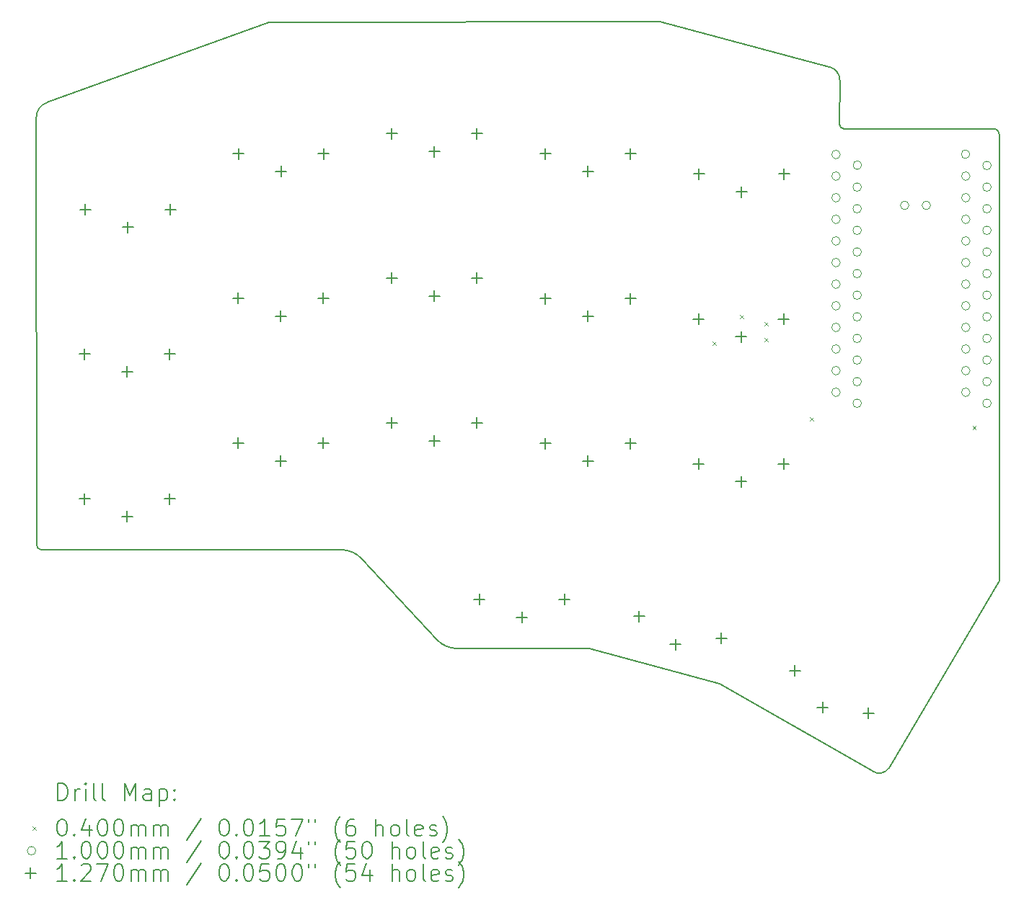
<source format=gbr>
%TF.GenerationSoftware,KiCad,Pcbnew,8.0.4*%
%TF.CreationDate,2024-09-03T09:54:22+07:00*%
%TF.ProjectId,chocowi36,63686f63-6f77-4693-9336-2e6b69636164,rev?*%
%TF.SameCoordinates,Original*%
%TF.FileFunction,Drillmap*%
%TF.FilePolarity,Positive*%
%FSLAX45Y45*%
G04 Gerber Fmt 4.5, Leading zero omitted, Abs format (unit mm)*
G04 Created by KiCad (PCBNEW 8.0.4) date 2024-09-03 09:54:22*
%MOMM*%
%LPD*%
G01*
G04 APERTURE LIST*
%ADD10C,0.150000*%
%ADD11C,0.200000*%
%ADD12C,0.100000*%
%ADD13C,0.127000*%
G04 APERTURE END LIST*
D10*
X14011000Y-12099000D02*
X15545000Y-12510000D01*
X16831000Y-5263000D02*
G75*
G02*
X16951747Y-5421000I-43000J-158000D01*
G01*
X7644713Y-5681090D02*
X10248000Y-4736000D01*
X11103000Y-10938000D02*
G75*
G02*
X11338826Y-11046012I0J-311450D01*
G01*
X11338825Y-11046014D02*
X12224000Y-11997000D01*
X18824000Y-6055155D02*
X18822448Y-11304798D01*
X12460000Y-12097452D02*
X14011000Y-12099000D01*
X7518722Y-5853000D02*
G75*
G02*
X7644713Y-5681090I180278J0D01*
G01*
X15545000Y-12510000D02*
X17338983Y-13540679D01*
X7580755Y-10940000D02*
G75*
G02*
X7519997Y-10874555I5J60930D01*
G01*
X18774000Y-5989871D02*
X16997964Y-5989871D01*
X18774000Y-5989871D02*
G75*
G02*
X18823993Y-6055155I-17610J-65269D01*
G01*
X7518722Y-5853000D02*
X7520000Y-10874555D01*
X12460000Y-12097452D02*
G75*
G02*
X12224000Y-11997000I0J327452D01*
G01*
X17528519Y-13500986D02*
X18822448Y-11304798D01*
X16997964Y-5989871D02*
G75*
G02*
X16950098Y-5939002I2036J49871D01*
G01*
X17528519Y-13500986D02*
G75*
G02*
X17335722Y-13538929I-115299J77066D01*
G01*
X16831000Y-5263000D02*
X14840000Y-4734000D01*
X16950098Y-5939002D02*
X16951747Y-5421000D01*
X10248000Y-4736000D02*
X14840000Y-4734000D01*
X11103000Y-10938000D02*
X7580755Y-10940000D01*
D11*
D12*
X15460000Y-8490000D02*
X15500000Y-8530000D01*
X15500000Y-8490000D02*
X15460000Y-8530000D01*
X15780000Y-8180000D02*
X15820000Y-8220000D01*
X15820000Y-8180000D02*
X15780000Y-8220000D01*
X16070000Y-8260000D02*
X16110000Y-8300000D01*
X16110000Y-8260000D02*
X16070000Y-8300000D01*
X16070000Y-8450000D02*
X16110000Y-8490000D01*
X16110000Y-8450000D02*
X16070000Y-8490000D01*
X16600000Y-9380000D02*
X16640000Y-9420000D01*
X16640000Y-9380000D02*
X16600000Y-9420000D01*
X18510000Y-9480000D02*
X18550000Y-9520000D01*
X18550000Y-9480000D02*
X18510000Y-9520000D01*
X16956000Y-6292000D02*
G75*
G02*
X16856000Y-6292000I-50000J0D01*
G01*
X16856000Y-6292000D02*
G75*
G02*
X16956000Y-6292000I50000J0D01*
G01*
X16956000Y-6546000D02*
G75*
G02*
X16856000Y-6546000I-50000J0D01*
G01*
X16856000Y-6546000D02*
G75*
G02*
X16956000Y-6546000I50000J0D01*
G01*
X16956000Y-6800000D02*
G75*
G02*
X16856000Y-6800000I-50000J0D01*
G01*
X16856000Y-6800000D02*
G75*
G02*
X16956000Y-6800000I50000J0D01*
G01*
X16956000Y-7054000D02*
G75*
G02*
X16856000Y-7054000I-50000J0D01*
G01*
X16856000Y-7054000D02*
G75*
G02*
X16956000Y-7054000I50000J0D01*
G01*
X16956000Y-7308000D02*
G75*
G02*
X16856000Y-7308000I-50000J0D01*
G01*
X16856000Y-7308000D02*
G75*
G02*
X16956000Y-7308000I50000J0D01*
G01*
X16956000Y-7562000D02*
G75*
G02*
X16856000Y-7562000I-50000J0D01*
G01*
X16856000Y-7562000D02*
G75*
G02*
X16956000Y-7562000I50000J0D01*
G01*
X16956000Y-7816000D02*
G75*
G02*
X16856000Y-7816000I-50000J0D01*
G01*
X16856000Y-7816000D02*
G75*
G02*
X16956000Y-7816000I50000J0D01*
G01*
X16956000Y-8070000D02*
G75*
G02*
X16856000Y-8070000I-50000J0D01*
G01*
X16856000Y-8070000D02*
G75*
G02*
X16956000Y-8070000I50000J0D01*
G01*
X16956000Y-8324000D02*
G75*
G02*
X16856000Y-8324000I-50000J0D01*
G01*
X16856000Y-8324000D02*
G75*
G02*
X16956000Y-8324000I50000J0D01*
G01*
X16956000Y-8578000D02*
G75*
G02*
X16856000Y-8578000I-50000J0D01*
G01*
X16856000Y-8578000D02*
G75*
G02*
X16956000Y-8578000I50000J0D01*
G01*
X16956000Y-8832000D02*
G75*
G02*
X16856000Y-8832000I-50000J0D01*
G01*
X16856000Y-8832000D02*
G75*
G02*
X16956000Y-8832000I50000J0D01*
G01*
X16956000Y-9086000D02*
G75*
G02*
X16856000Y-9086000I-50000J0D01*
G01*
X16856000Y-9086000D02*
G75*
G02*
X16956000Y-9086000I50000J0D01*
G01*
X17205000Y-6675000D02*
G75*
G02*
X17105000Y-6675000I-50000J0D01*
G01*
X17105000Y-6675000D02*
G75*
G02*
X17205000Y-6675000I50000J0D01*
G01*
X17205000Y-6929000D02*
G75*
G02*
X17105000Y-6929000I-50000J0D01*
G01*
X17105000Y-6929000D02*
G75*
G02*
X17205000Y-6929000I50000J0D01*
G01*
X17205000Y-7183000D02*
G75*
G02*
X17105000Y-7183000I-50000J0D01*
G01*
X17105000Y-7183000D02*
G75*
G02*
X17205000Y-7183000I50000J0D01*
G01*
X17205000Y-7437000D02*
G75*
G02*
X17105000Y-7437000I-50000J0D01*
G01*
X17105000Y-7437000D02*
G75*
G02*
X17205000Y-7437000I50000J0D01*
G01*
X17205000Y-7691000D02*
G75*
G02*
X17105000Y-7691000I-50000J0D01*
G01*
X17105000Y-7691000D02*
G75*
G02*
X17205000Y-7691000I50000J0D01*
G01*
X17205000Y-7945000D02*
G75*
G02*
X17105000Y-7945000I-50000J0D01*
G01*
X17105000Y-7945000D02*
G75*
G02*
X17205000Y-7945000I50000J0D01*
G01*
X17205000Y-8199000D02*
G75*
G02*
X17105000Y-8199000I-50000J0D01*
G01*
X17105000Y-8199000D02*
G75*
G02*
X17205000Y-8199000I50000J0D01*
G01*
X17205000Y-8453000D02*
G75*
G02*
X17105000Y-8453000I-50000J0D01*
G01*
X17105000Y-8453000D02*
G75*
G02*
X17205000Y-8453000I50000J0D01*
G01*
X17205000Y-8707000D02*
G75*
G02*
X17105000Y-8707000I-50000J0D01*
G01*
X17105000Y-8707000D02*
G75*
G02*
X17205000Y-8707000I50000J0D01*
G01*
X17205000Y-8961000D02*
G75*
G02*
X17105000Y-8961000I-50000J0D01*
G01*
X17105000Y-8961000D02*
G75*
G02*
X17205000Y-8961000I50000J0D01*
G01*
X17205000Y-9215000D02*
G75*
G02*
X17105000Y-9215000I-50000J0D01*
G01*
X17105000Y-9215000D02*
G75*
G02*
X17205000Y-9215000I50000J0D01*
G01*
X17207000Y-6418000D02*
G75*
G02*
X17107000Y-6418000I-50000J0D01*
G01*
X17107000Y-6418000D02*
G75*
G02*
X17207000Y-6418000I50000J0D01*
G01*
X17763000Y-6890000D02*
G75*
G02*
X17663000Y-6890000I-50000J0D01*
G01*
X17663000Y-6890000D02*
G75*
G02*
X17763000Y-6890000I50000J0D01*
G01*
X18017000Y-6890000D02*
G75*
G02*
X17917000Y-6890000I-50000J0D01*
G01*
X17917000Y-6890000D02*
G75*
G02*
X18017000Y-6890000I50000J0D01*
G01*
X18478000Y-6289000D02*
G75*
G02*
X18378000Y-6289000I-50000J0D01*
G01*
X18378000Y-6289000D02*
G75*
G02*
X18478000Y-6289000I50000J0D01*
G01*
X18480000Y-6546000D02*
G75*
G02*
X18380000Y-6546000I-50000J0D01*
G01*
X18380000Y-6546000D02*
G75*
G02*
X18480000Y-6546000I50000J0D01*
G01*
X18480000Y-6800000D02*
G75*
G02*
X18380000Y-6800000I-50000J0D01*
G01*
X18380000Y-6800000D02*
G75*
G02*
X18480000Y-6800000I50000J0D01*
G01*
X18480000Y-7054000D02*
G75*
G02*
X18380000Y-7054000I-50000J0D01*
G01*
X18380000Y-7054000D02*
G75*
G02*
X18480000Y-7054000I50000J0D01*
G01*
X18480000Y-7308000D02*
G75*
G02*
X18380000Y-7308000I-50000J0D01*
G01*
X18380000Y-7308000D02*
G75*
G02*
X18480000Y-7308000I50000J0D01*
G01*
X18480000Y-7562000D02*
G75*
G02*
X18380000Y-7562000I-50000J0D01*
G01*
X18380000Y-7562000D02*
G75*
G02*
X18480000Y-7562000I50000J0D01*
G01*
X18480000Y-7816000D02*
G75*
G02*
X18380000Y-7816000I-50000J0D01*
G01*
X18380000Y-7816000D02*
G75*
G02*
X18480000Y-7816000I50000J0D01*
G01*
X18480000Y-8070000D02*
G75*
G02*
X18380000Y-8070000I-50000J0D01*
G01*
X18380000Y-8070000D02*
G75*
G02*
X18480000Y-8070000I50000J0D01*
G01*
X18480000Y-8324000D02*
G75*
G02*
X18380000Y-8324000I-50000J0D01*
G01*
X18380000Y-8324000D02*
G75*
G02*
X18480000Y-8324000I50000J0D01*
G01*
X18480000Y-8578000D02*
G75*
G02*
X18380000Y-8578000I-50000J0D01*
G01*
X18380000Y-8578000D02*
G75*
G02*
X18480000Y-8578000I50000J0D01*
G01*
X18480000Y-8832000D02*
G75*
G02*
X18380000Y-8832000I-50000J0D01*
G01*
X18380000Y-8832000D02*
G75*
G02*
X18480000Y-8832000I50000J0D01*
G01*
X18480000Y-9086000D02*
G75*
G02*
X18380000Y-9086000I-50000J0D01*
G01*
X18380000Y-9086000D02*
G75*
G02*
X18480000Y-9086000I50000J0D01*
G01*
X18729000Y-6421000D02*
G75*
G02*
X18629000Y-6421000I-50000J0D01*
G01*
X18629000Y-6421000D02*
G75*
G02*
X18729000Y-6421000I50000J0D01*
G01*
X18729000Y-6675000D02*
G75*
G02*
X18629000Y-6675000I-50000J0D01*
G01*
X18629000Y-6675000D02*
G75*
G02*
X18729000Y-6675000I50000J0D01*
G01*
X18729000Y-6929000D02*
G75*
G02*
X18629000Y-6929000I-50000J0D01*
G01*
X18629000Y-6929000D02*
G75*
G02*
X18729000Y-6929000I50000J0D01*
G01*
X18729000Y-7183000D02*
G75*
G02*
X18629000Y-7183000I-50000J0D01*
G01*
X18629000Y-7183000D02*
G75*
G02*
X18729000Y-7183000I50000J0D01*
G01*
X18729000Y-7437000D02*
G75*
G02*
X18629000Y-7437000I-50000J0D01*
G01*
X18629000Y-7437000D02*
G75*
G02*
X18729000Y-7437000I50000J0D01*
G01*
X18729000Y-7691000D02*
G75*
G02*
X18629000Y-7691000I-50000J0D01*
G01*
X18629000Y-7691000D02*
G75*
G02*
X18729000Y-7691000I50000J0D01*
G01*
X18729000Y-7945000D02*
G75*
G02*
X18629000Y-7945000I-50000J0D01*
G01*
X18629000Y-7945000D02*
G75*
G02*
X18729000Y-7945000I50000J0D01*
G01*
X18729000Y-8199000D02*
G75*
G02*
X18629000Y-8199000I-50000J0D01*
G01*
X18629000Y-8199000D02*
G75*
G02*
X18729000Y-8199000I50000J0D01*
G01*
X18729000Y-8453000D02*
G75*
G02*
X18629000Y-8453000I-50000J0D01*
G01*
X18629000Y-8453000D02*
G75*
G02*
X18729000Y-8453000I50000J0D01*
G01*
X18729000Y-8707000D02*
G75*
G02*
X18629000Y-8707000I-50000J0D01*
G01*
X18629000Y-8707000D02*
G75*
G02*
X18729000Y-8707000I50000J0D01*
G01*
X18729000Y-8961000D02*
G75*
G02*
X18629000Y-8961000I-50000J0D01*
G01*
X18629000Y-8961000D02*
G75*
G02*
X18729000Y-8961000I50000J0D01*
G01*
X18729000Y-9215000D02*
G75*
G02*
X18629000Y-9215000I-50000J0D01*
G01*
X18629000Y-9215000D02*
G75*
G02*
X18729000Y-9215000I50000J0D01*
G01*
D13*
X8085200Y-8571500D02*
X8085200Y-8698500D01*
X8021700Y-8635000D02*
X8148700Y-8635000D01*
X8085200Y-10273300D02*
X8085200Y-10400300D01*
X8021700Y-10336800D02*
X8148700Y-10336800D01*
X8091000Y-6874500D02*
X8091000Y-7001500D01*
X8027500Y-6938000D02*
X8154500Y-6938000D01*
X8585200Y-8781500D02*
X8585200Y-8908500D01*
X8521700Y-8845000D02*
X8648700Y-8845000D01*
X8585200Y-10483300D02*
X8585200Y-10610300D01*
X8521700Y-10546800D02*
X8648700Y-10546800D01*
X8591000Y-7084500D02*
X8591000Y-7211500D01*
X8527500Y-7148000D02*
X8654500Y-7148000D01*
X9085200Y-8571500D02*
X9085200Y-8698500D01*
X9021700Y-8635000D02*
X9148700Y-8635000D01*
X9085200Y-10273300D02*
X9085200Y-10400300D01*
X9021700Y-10336800D02*
X9148700Y-10336800D01*
X9091000Y-6874500D02*
X9091000Y-7001500D01*
X9027500Y-6938000D02*
X9154500Y-6938000D01*
X9887000Y-7917500D02*
X9887000Y-8044500D01*
X9823500Y-7981000D02*
X9950500Y-7981000D01*
X9887000Y-9619300D02*
X9887000Y-9746300D01*
X9823500Y-9682800D02*
X9950500Y-9682800D01*
X9891000Y-6218500D02*
X9891000Y-6345500D01*
X9827500Y-6282000D02*
X9954500Y-6282000D01*
X10387000Y-8127500D02*
X10387000Y-8254500D01*
X10323500Y-8191000D02*
X10450500Y-8191000D01*
X10387000Y-9829300D02*
X10387000Y-9956300D01*
X10323500Y-9892800D02*
X10450500Y-9892800D01*
X10391000Y-6428500D02*
X10391000Y-6555500D01*
X10327500Y-6492000D02*
X10454500Y-6492000D01*
X10887000Y-7917500D02*
X10887000Y-8044500D01*
X10823500Y-7981000D02*
X10950500Y-7981000D01*
X10887000Y-9619300D02*
X10887000Y-9746300D01*
X10823500Y-9682800D02*
X10950500Y-9682800D01*
X10891000Y-6218500D02*
X10891000Y-6345500D01*
X10827500Y-6282000D02*
X10954500Y-6282000D01*
X11691000Y-5982500D02*
X11691000Y-6109500D01*
X11627500Y-6046000D02*
X11754500Y-6046000D01*
X11691000Y-7680500D02*
X11691000Y-7807500D01*
X11627500Y-7744000D02*
X11754500Y-7744000D01*
X11691000Y-9382300D02*
X11691000Y-9509300D01*
X11627500Y-9445800D02*
X11754500Y-9445800D01*
X12191000Y-6192500D02*
X12191000Y-6319500D01*
X12127500Y-6256000D02*
X12254500Y-6256000D01*
X12191000Y-7890500D02*
X12191000Y-8017500D01*
X12127500Y-7954000D02*
X12254500Y-7954000D01*
X12191000Y-9592300D02*
X12191000Y-9719300D01*
X12127500Y-9655800D02*
X12254500Y-9655800D01*
X12691000Y-5982500D02*
X12691000Y-6109500D01*
X12627500Y-6046000D02*
X12754500Y-6046000D01*
X12691000Y-7680500D02*
X12691000Y-7807500D01*
X12627500Y-7744000D02*
X12754500Y-7744000D01*
X12691000Y-9382300D02*
X12691000Y-9509300D01*
X12627500Y-9445800D02*
X12754500Y-9445800D01*
X12720000Y-11456500D02*
X12720000Y-11583500D01*
X12656500Y-11520000D02*
X12783500Y-11520000D01*
X13220000Y-11666500D02*
X13220000Y-11793500D01*
X13156500Y-11730000D02*
X13283500Y-11730000D01*
X13495400Y-6218500D02*
X13495400Y-6345500D01*
X13431900Y-6282000D02*
X13558900Y-6282000D01*
X13495400Y-7919700D02*
X13495400Y-8046700D01*
X13431900Y-7983200D02*
X13558900Y-7983200D01*
X13495400Y-9621500D02*
X13495400Y-9748500D01*
X13431900Y-9685000D02*
X13558900Y-9685000D01*
X13720000Y-11456500D02*
X13720000Y-11583500D01*
X13656500Y-11520000D02*
X13783500Y-11520000D01*
X13995400Y-6428500D02*
X13995400Y-6555500D01*
X13931900Y-6492000D02*
X14058900Y-6492000D01*
X13995400Y-8129700D02*
X13995400Y-8256700D01*
X13931900Y-8193200D02*
X14058900Y-8193200D01*
X13995400Y-9831500D02*
X13995400Y-9958500D01*
X13931900Y-9895000D02*
X14058900Y-9895000D01*
X14495400Y-6218500D02*
X14495400Y-6345500D01*
X14431900Y-6282000D02*
X14558900Y-6282000D01*
X14495400Y-7919700D02*
X14495400Y-8046700D01*
X14431900Y-7983200D02*
X14558900Y-7983200D01*
X14495400Y-9621500D02*
X14495400Y-9748500D01*
X14431900Y-9685000D02*
X14558900Y-9685000D01*
X14594074Y-11654246D02*
X14594074Y-11781246D01*
X14530574Y-11717746D02*
X14657574Y-11717746D01*
X15022685Y-11986500D02*
X15022685Y-12113500D01*
X14959185Y-12050000D02*
X15086185Y-12050000D01*
X15294000Y-8160500D02*
X15294000Y-8287500D01*
X15230500Y-8224000D02*
X15357500Y-8224000D01*
X15294000Y-9862300D02*
X15294000Y-9989300D01*
X15230500Y-9925800D02*
X15357500Y-9925800D01*
X15298800Y-6456500D02*
X15298800Y-6583500D01*
X15235300Y-6520000D02*
X15362300Y-6520000D01*
X15560000Y-11913065D02*
X15560000Y-12040065D01*
X15496500Y-11976565D02*
X15623500Y-11976565D01*
X15794000Y-8370500D02*
X15794000Y-8497500D01*
X15730500Y-8434000D02*
X15857500Y-8434000D01*
X15794000Y-10072300D02*
X15794000Y-10199300D01*
X15730500Y-10135800D02*
X15857500Y-10135800D01*
X15798800Y-6666500D02*
X15798800Y-6793500D01*
X15735300Y-6730000D02*
X15862300Y-6730000D01*
X16294000Y-8160500D02*
X16294000Y-8287500D01*
X16230500Y-8224000D02*
X16357500Y-8224000D01*
X16294000Y-9862300D02*
X16294000Y-9989300D01*
X16230500Y-9925800D02*
X16357500Y-9925800D01*
X16298800Y-6456500D02*
X16298800Y-6583500D01*
X16235300Y-6520000D02*
X16362300Y-6520000D01*
X16421987Y-12294635D02*
X16421987Y-12421635D01*
X16358487Y-12358135D02*
X16485487Y-12358135D01*
X16750000Y-12726500D02*
X16750000Y-12853500D01*
X16686500Y-12790000D02*
X16813500Y-12790000D01*
X17288013Y-12794635D02*
X17288013Y-12921635D01*
X17224513Y-12858135D02*
X17351513Y-12858135D01*
D11*
X7771999Y-13881587D02*
X7771999Y-13681587D01*
X7771999Y-13681587D02*
X7819618Y-13681587D01*
X7819618Y-13681587D02*
X7848190Y-13691111D01*
X7848190Y-13691111D02*
X7867237Y-13710158D01*
X7867237Y-13710158D02*
X7876761Y-13729206D01*
X7876761Y-13729206D02*
X7886285Y-13767301D01*
X7886285Y-13767301D02*
X7886285Y-13795872D01*
X7886285Y-13795872D02*
X7876761Y-13833968D01*
X7876761Y-13833968D02*
X7867237Y-13853015D01*
X7867237Y-13853015D02*
X7848190Y-13872063D01*
X7848190Y-13872063D02*
X7819618Y-13881587D01*
X7819618Y-13881587D02*
X7771999Y-13881587D01*
X7971999Y-13881587D02*
X7971999Y-13748253D01*
X7971999Y-13786349D02*
X7981523Y-13767301D01*
X7981523Y-13767301D02*
X7991047Y-13757777D01*
X7991047Y-13757777D02*
X8010094Y-13748253D01*
X8010094Y-13748253D02*
X8029142Y-13748253D01*
X8095809Y-13881587D02*
X8095809Y-13748253D01*
X8095809Y-13681587D02*
X8086285Y-13691111D01*
X8086285Y-13691111D02*
X8095809Y-13700634D01*
X8095809Y-13700634D02*
X8105332Y-13691111D01*
X8105332Y-13691111D02*
X8095809Y-13681587D01*
X8095809Y-13681587D02*
X8095809Y-13700634D01*
X8219618Y-13881587D02*
X8200571Y-13872063D01*
X8200571Y-13872063D02*
X8191047Y-13853015D01*
X8191047Y-13853015D02*
X8191047Y-13681587D01*
X8324380Y-13881587D02*
X8305332Y-13872063D01*
X8305332Y-13872063D02*
X8295809Y-13853015D01*
X8295809Y-13853015D02*
X8295809Y-13681587D01*
X8552952Y-13881587D02*
X8552952Y-13681587D01*
X8552952Y-13681587D02*
X8619618Y-13824444D01*
X8619618Y-13824444D02*
X8686285Y-13681587D01*
X8686285Y-13681587D02*
X8686285Y-13881587D01*
X8867237Y-13881587D02*
X8867237Y-13776825D01*
X8867237Y-13776825D02*
X8857714Y-13757777D01*
X8857714Y-13757777D02*
X8838666Y-13748253D01*
X8838666Y-13748253D02*
X8800571Y-13748253D01*
X8800571Y-13748253D02*
X8781523Y-13757777D01*
X8867237Y-13872063D02*
X8848190Y-13881587D01*
X8848190Y-13881587D02*
X8800571Y-13881587D01*
X8800571Y-13881587D02*
X8781523Y-13872063D01*
X8781523Y-13872063D02*
X8771999Y-13853015D01*
X8771999Y-13853015D02*
X8771999Y-13833968D01*
X8771999Y-13833968D02*
X8781523Y-13814920D01*
X8781523Y-13814920D02*
X8800571Y-13805396D01*
X8800571Y-13805396D02*
X8848190Y-13805396D01*
X8848190Y-13805396D02*
X8867237Y-13795872D01*
X8962475Y-13748253D02*
X8962475Y-13948253D01*
X8962475Y-13757777D02*
X8981523Y-13748253D01*
X8981523Y-13748253D02*
X9019618Y-13748253D01*
X9019618Y-13748253D02*
X9038666Y-13757777D01*
X9038666Y-13757777D02*
X9048190Y-13767301D01*
X9048190Y-13767301D02*
X9057714Y-13786349D01*
X9057714Y-13786349D02*
X9057714Y-13843491D01*
X9057714Y-13843491D02*
X9048190Y-13862539D01*
X9048190Y-13862539D02*
X9038666Y-13872063D01*
X9038666Y-13872063D02*
X9019618Y-13881587D01*
X9019618Y-13881587D02*
X8981523Y-13881587D01*
X8981523Y-13881587D02*
X8962475Y-13872063D01*
X9143428Y-13862539D02*
X9152952Y-13872063D01*
X9152952Y-13872063D02*
X9143428Y-13881587D01*
X9143428Y-13881587D02*
X9133904Y-13872063D01*
X9133904Y-13872063D02*
X9143428Y-13862539D01*
X9143428Y-13862539D02*
X9143428Y-13881587D01*
X9143428Y-13757777D02*
X9152952Y-13767301D01*
X9152952Y-13767301D02*
X9143428Y-13776825D01*
X9143428Y-13776825D02*
X9133904Y-13767301D01*
X9133904Y-13767301D02*
X9143428Y-13757777D01*
X9143428Y-13757777D02*
X9143428Y-13776825D01*
D12*
X7471222Y-14190103D02*
X7511222Y-14230103D01*
X7511222Y-14190103D02*
X7471222Y-14230103D01*
D11*
X7810094Y-14101587D02*
X7829142Y-14101587D01*
X7829142Y-14101587D02*
X7848190Y-14111111D01*
X7848190Y-14111111D02*
X7857713Y-14120634D01*
X7857713Y-14120634D02*
X7867237Y-14139682D01*
X7867237Y-14139682D02*
X7876761Y-14177777D01*
X7876761Y-14177777D02*
X7876761Y-14225396D01*
X7876761Y-14225396D02*
X7867237Y-14263491D01*
X7867237Y-14263491D02*
X7857713Y-14282539D01*
X7857713Y-14282539D02*
X7848190Y-14292063D01*
X7848190Y-14292063D02*
X7829142Y-14301587D01*
X7829142Y-14301587D02*
X7810094Y-14301587D01*
X7810094Y-14301587D02*
X7791047Y-14292063D01*
X7791047Y-14292063D02*
X7781523Y-14282539D01*
X7781523Y-14282539D02*
X7771999Y-14263491D01*
X7771999Y-14263491D02*
X7762475Y-14225396D01*
X7762475Y-14225396D02*
X7762475Y-14177777D01*
X7762475Y-14177777D02*
X7771999Y-14139682D01*
X7771999Y-14139682D02*
X7781523Y-14120634D01*
X7781523Y-14120634D02*
X7791047Y-14111111D01*
X7791047Y-14111111D02*
X7810094Y-14101587D01*
X7962475Y-14282539D02*
X7971999Y-14292063D01*
X7971999Y-14292063D02*
X7962475Y-14301587D01*
X7962475Y-14301587D02*
X7952952Y-14292063D01*
X7952952Y-14292063D02*
X7962475Y-14282539D01*
X7962475Y-14282539D02*
X7962475Y-14301587D01*
X8143428Y-14168253D02*
X8143428Y-14301587D01*
X8095809Y-14092063D02*
X8048190Y-14234920D01*
X8048190Y-14234920D02*
X8171999Y-14234920D01*
X8286285Y-14101587D02*
X8305333Y-14101587D01*
X8305333Y-14101587D02*
X8324380Y-14111111D01*
X8324380Y-14111111D02*
X8333904Y-14120634D01*
X8333904Y-14120634D02*
X8343428Y-14139682D01*
X8343428Y-14139682D02*
X8352952Y-14177777D01*
X8352952Y-14177777D02*
X8352952Y-14225396D01*
X8352952Y-14225396D02*
X8343428Y-14263491D01*
X8343428Y-14263491D02*
X8333904Y-14282539D01*
X8333904Y-14282539D02*
X8324380Y-14292063D01*
X8324380Y-14292063D02*
X8305333Y-14301587D01*
X8305333Y-14301587D02*
X8286285Y-14301587D01*
X8286285Y-14301587D02*
X8267237Y-14292063D01*
X8267237Y-14292063D02*
X8257713Y-14282539D01*
X8257713Y-14282539D02*
X8248190Y-14263491D01*
X8248190Y-14263491D02*
X8238666Y-14225396D01*
X8238666Y-14225396D02*
X8238666Y-14177777D01*
X8238666Y-14177777D02*
X8248190Y-14139682D01*
X8248190Y-14139682D02*
X8257713Y-14120634D01*
X8257713Y-14120634D02*
X8267237Y-14111111D01*
X8267237Y-14111111D02*
X8286285Y-14101587D01*
X8476761Y-14101587D02*
X8495809Y-14101587D01*
X8495809Y-14101587D02*
X8514856Y-14111111D01*
X8514856Y-14111111D02*
X8524380Y-14120634D01*
X8524380Y-14120634D02*
X8533904Y-14139682D01*
X8533904Y-14139682D02*
X8543428Y-14177777D01*
X8543428Y-14177777D02*
X8543428Y-14225396D01*
X8543428Y-14225396D02*
X8533904Y-14263491D01*
X8533904Y-14263491D02*
X8524380Y-14282539D01*
X8524380Y-14282539D02*
X8514856Y-14292063D01*
X8514856Y-14292063D02*
X8495809Y-14301587D01*
X8495809Y-14301587D02*
X8476761Y-14301587D01*
X8476761Y-14301587D02*
X8457714Y-14292063D01*
X8457714Y-14292063D02*
X8448190Y-14282539D01*
X8448190Y-14282539D02*
X8438666Y-14263491D01*
X8438666Y-14263491D02*
X8429142Y-14225396D01*
X8429142Y-14225396D02*
X8429142Y-14177777D01*
X8429142Y-14177777D02*
X8438666Y-14139682D01*
X8438666Y-14139682D02*
X8448190Y-14120634D01*
X8448190Y-14120634D02*
X8457714Y-14111111D01*
X8457714Y-14111111D02*
X8476761Y-14101587D01*
X8629142Y-14301587D02*
X8629142Y-14168253D01*
X8629142Y-14187301D02*
X8638666Y-14177777D01*
X8638666Y-14177777D02*
X8657714Y-14168253D01*
X8657714Y-14168253D02*
X8686285Y-14168253D01*
X8686285Y-14168253D02*
X8705333Y-14177777D01*
X8705333Y-14177777D02*
X8714856Y-14196825D01*
X8714856Y-14196825D02*
X8714856Y-14301587D01*
X8714856Y-14196825D02*
X8724380Y-14177777D01*
X8724380Y-14177777D02*
X8743428Y-14168253D01*
X8743428Y-14168253D02*
X8771999Y-14168253D01*
X8771999Y-14168253D02*
X8791047Y-14177777D01*
X8791047Y-14177777D02*
X8800571Y-14196825D01*
X8800571Y-14196825D02*
X8800571Y-14301587D01*
X8895809Y-14301587D02*
X8895809Y-14168253D01*
X8895809Y-14187301D02*
X8905333Y-14177777D01*
X8905333Y-14177777D02*
X8924380Y-14168253D01*
X8924380Y-14168253D02*
X8952952Y-14168253D01*
X8952952Y-14168253D02*
X8971999Y-14177777D01*
X8971999Y-14177777D02*
X8981523Y-14196825D01*
X8981523Y-14196825D02*
X8981523Y-14301587D01*
X8981523Y-14196825D02*
X8991047Y-14177777D01*
X8991047Y-14177777D02*
X9010095Y-14168253D01*
X9010095Y-14168253D02*
X9038666Y-14168253D01*
X9038666Y-14168253D02*
X9057714Y-14177777D01*
X9057714Y-14177777D02*
X9067237Y-14196825D01*
X9067237Y-14196825D02*
X9067237Y-14301587D01*
X9457714Y-14092063D02*
X9286285Y-14349206D01*
X9714857Y-14101587D02*
X9733904Y-14101587D01*
X9733904Y-14101587D02*
X9752952Y-14111111D01*
X9752952Y-14111111D02*
X9762476Y-14120634D01*
X9762476Y-14120634D02*
X9771999Y-14139682D01*
X9771999Y-14139682D02*
X9781523Y-14177777D01*
X9781523Y-14177777D02*
X9781523Y-14225396D01*
X9781523Y-14225396D02*
X9771999Y-14263491D01*
X9771999Y-14263491D02*
X9762476Y-14282539D01*
X9762476Y-14282539D02*
X9752952Y-14292063D01*
X9752952Y-14292063D02*
X9733904Y-14301587D01*
X9733904Y-14301587D02*
X9714857Y-14301587D01*
X9714857Y-14301587D02*
X9695809Y-14292063D01*
X9695809Y-14292063D02*
X9686285Y-14282539D01*
X9686285Y-14282539D02*
X9676761Y-14263491D01*
X9676761Y-14263491D02*
X9667238Y-14225396D01*
X9667238Y-14225396D02*
X9667238Y-14177777D01*
X9667238Y-14177777D02*
X9676761Y-14139682D01*
X9676761Y-14139682D02*
X9686285Y-14120634D01*
X9686285Y-14120634D02*
X9695809Y-14111111D01*
X9695809Y-14111111D02*
X9714857Y-14101587D01*
X9867238Y-14282539D02*
X9876761Y-14292063D01*
X9876761Y-14292063D02*
X9867238Y-14301587D01*
X9867238Y-14301587D02*
X9857714Y-14292063D01*
X9857714Y-14292063D02*
X9867238Y-14282539D01*
X9867238Y-14282539D02*
X9867238Y-14301587D01*
X10000571Y-14101587D02*
X10019619Y-14101587D01*
X10019619Y-14101587D02*
X10038666Y-14111111D01*
X10038666Y-14111111D02*
X10048190Y-14120634D01*
X10048190Y-14120634D02*
X10057714Y-14139682D01*
X10057714Y-14139682D02*
X10067238Y-14177777D01*
X10067238Y-14177777D02*
X10067238Y-14225396D01*
X10067238Y-14225396D02*
X10057714Y-14263491D01*
X10057714Y-14263491D02*
X10048190Y-14282539D01*
X10048190Y-14282539D02*
X10038666Y-14292063D01*
X10038666Y-14292063D02*
X10019619Y-14301587D01*
X10019619Y-14301587D02*
X10000571Y-14301587D01*
X10000571Y-14301587D02*
X9981523Y-14292063D01*
X9981523Y-14292063D02*
X9971999Y-14282539D01*
X9971999Y-14282539D02*
X9962476Y-14263491D01*
X9962476Y-14263491D02*
X9952952Y-14225396D01*
X9952952Y-14225396D02*
X9952952Y-14177777D01*
X9952952Y-14177777D02*
X9962476Y-14139682D01*
X9962476Y-14139682D02*
X9971999Y-14120634D01*
X9971999Y-14120634D02*
X9981523Y-14111111D01*
X9981523Y-14111111D02*
X10000571Y-14101587D01*
X10257714Y-14301587D02*
X10143428Y-14301587D01*
X10200571Y-14301587D02*
X10200571Y-14101587D01*
X10200571Y-14101587D02*
X10181523Y-14130158D01*
X10181523Y-14130158D02*
X10162476Y-14149206D01*
X10162476Y-14149206D02*
X10143428Y-14158730D01*
X10438666Y-14101587D02*
X10343428Y-14101587D01*
X10343428Y-14101587D02*
X10333904Y-14196825D01*
X10333904Y-14196825D02*
X10343428Y-14187301D01*
X10343428Y-14187301D02*
X10362476Y-14177777D01*
X10362476Y-14177777D02*
X10410095Y-14177777D01*
X10410095Y-14177777D02*
X10429142Y-14187301D01*
X10429142Y-14187301D02*
X10438666Y-14196825D01*
X10438666Y-14196825D02*
X10448190Y-14215872D01*
X10448190Y-14215872D02*
X10448190Y-14263491D01*
X10448190Y-14263491D02*
X10438666Y-14282539D01*
X10438666Y-14282539D02*
X10429142Y-14292063D01*
X10429142Y-14292063D02*
X10410095Y-14301587D01*
X10410095Y-14301587D02*
X10362476Y-14301587D01*
X10362476Y-14301587D02*
X10343428Y-14292063D01*
X10343428Y-14292063D02*
X10333904Y-14282539D01*
X10514857Y-14101587D02*
X10648190Y-14101587D01*
X10648190Y-14101587D02*
X10562476Y-14301587D01*
X10714857Y-14101587D02*
X10714857Y-14139682D01*
X10791047Y-14101587D02*
X10791047Y-14139682D01*
X11086285Y-14377777D02*
X11076761Y-14368253D01*
X11076761Y-14368253D02*
X11057714Y-14339682D01*
X11057714Y-14339682D02*
X11048190Y-14320634D01*
X11048190Y-14320634D02*
X11038666Y-14292063D01*
X11038666Y-14292063D02*
X11029142Y-14244444D01*
X11029142Y-14244444D02*
X11029142Y-14206349D01*
X11029142Y-14206349D02*
X11038666Y-14158730D01*
X11038666Y-14158730D02*
X11048190Y-14130158D01*
X11048190Y-14130158D02*
X11057714Y-14111111D01*
X11057714Y-14111111D02*
X11076761Y-14082539D01*
X11076761Y-14082539D02*
X11086285Y-14073015D01*
X11248190Y-14101587D02*
X11210095Y-14101587D01*
X11210095Y-14101587D02*
X11191047Y-14111111D01*
X11191047Y-14111111D02*
X11181523Y-14120634D01*
X11181523Y-14120634D02*
X11162476Y-14149206D01*
X11162476Y-14149206D02*
X11152952Y-14187301D01*
X11152952Y-14187301D02*
X11152952Y-14263491D01*
X11152952Y-14263491D02*
X11162476Y-14282539D01*
X11162476Y-14282539D02*
X11172000Y-14292063D01*
X11172000Y-14292063D02*
X11191047Y-14301587D01*
X11191047Y-14301587D02*
X11229142Y-14301587D01*
X11229142Y-14301587D02*
X11248190Y-14292063D01*
X11248190Y-14292063D02*
X11257714Y-14282539D01*
X11257714Y-14282539D02*
X11267238Y-14263491D01*
X11267238Y-14263491D02*
X11267238Y-14215872D01*
X11267238Y-14215872D02*
X11257714Y-14196825D01*
X11257714Y-14196825D02*
X11248190Y-14187301D01*
X11248190Y-14187301D02*
X11229142Y-14177777D01*
X11229142Y-14177777D02*
X11191047Y-14177777D01*
X11191047Y-14177777D02*
X11172000Y-14187301D01*
X11172000Y-14187301D02*
X11162476Y-14196825D01*
X11162476Y-14196825D02*
X11152952Y-14215872D01*
X11505333Y-14301587D02*
X11505333Y-14101587D01*
X11591047Y-14301587D02*
X11591047Y-14196825D01*
X11591047Y-14196825D02*
X11581523Y-14177777D01*
X11581523Y-14177777D02*
X11562476Y-14168253D01*
X11562476Y-14168253D02*
X11533904Y-14168253D01*
X11533904Y-14168253D02*
X11514857Y-14177777D01*
X11514857Y-14177777D02*
X11505333Y-14187301D01*
X11714857Y-14301587D02*
X11695809Y-14292063D01*
X11695809Y-14292063D02*
X11686285Y-14282539D01*
X11686285Y-14282539D02*
X11676761Y-14263491D01*
X11676761Y-14263491D02*
X11676761Y-14206349D01*
X11676761Y-14206349D02*
X11686285Y-14187301D01*
X11686285Y-14187301D02*
X11695809Y-14177777D01*
X11695809Y-14177777D02*
X11714857Y-14168253D01*
X11714857Y-14168253D02*
X11743428Y-14168253D01*
X11743428Y-14168253D02*
X11762476Y-14177777D01*
X11762476Y-14177777D02*
X11772000Y-14187301D01*
X11772000Y-14187301D02*
X11781523Y-14206349D01*
X11781523Y-14206349D02*
X11781523Y-14263491D01*
X11781523Y-14263491D02*
X11772000Y-14282539D01*
X11772000Y-14282539D02*
X11762476Y-14292063D01*
X11762476Y-14292063D02*
X11743428Y-14301587D01*
X11743428Y-14301587D02*
X11714857Y-14301587D01*
X11895809Y-14301587D02*
X11876761Y-14292063D01*
X11876761Y-14292063D02*
X11867238Y-14273015D01*
X11867238Y-14273015D02*
X11867238Y-14101587D01*
X12048190Y-14292063D02*
X12029142Y-14301587D01*
X12029142Y-14301587D02*
X11991047Y-14301587D01*
X11991047Y-14301587D02*
X11972000Y-14292063D01*
X11972000Y-14292063D02*
X11962476Y-14273015D01*
X11962476Y-14273015D02*
X11962476Y-14196825D01*
X11962476Y-14196825D02*
X11972000Y-14177777D01*
X11972000Y-14177777D02*
X11991047Y-14168253D01*
X11991047Y-14168253D02*
X12029142Y-14168253D01*
X12029142Y-14168253D02*
X12048190Y-14177777D01*
X12048190Y-14177777D02*
X12057714Y-14196825D01*
X12057714Y-14196825D02*
X12057714Y-14215872D01*
X12057714Y-14215872D02*
X11962476Y-14234920D01*
X12133904Y-14292063D02*
X12152952Y-14301587D01*
X12152952Y-14301587D02*
X12191047Y-14301587D01*
X12191047Y-14301587D02*
X12210095Y-14292063D01*
X12210095Y-14292063D02*
X12219619Y-14273015D01*
X12219619Y-14273015D02*
X12219619Y-14263491D01*
X12219619Y-14263491D02*
X12210095Y-14244444D01*
X12210095Y-14244444D02*
X12191047Y-14234920D01*
X12191047Y-14234920D02*
X12162476Y-14234920D01*
X12162476Y-14234920D02*
X12143428Y-14225396D01*
X12143428Y-14225396D02*
X12133904Y-14206349D01*
X12133904Y-14206349D02*
X12133904Y-14196825D01*
X12133904Y-14196825D02*
X12143428Y-14177777D01*
X12143428Y-14177777D02*
X12162476Y-14168253D01*
X12162476Y-14168253D02*
X12191047Y-14168253D01*
X12191047Y-14168253D02*
X12210095Y-14177777D01*
X12286285Y-14377777D02*
X12295809Y-14368253D01*
X12295809Y-14368253D02*
X12314857Y-14339682D01*
X12314857Y-14339682D02*
X12324381Y-14320634D01*
X12324381Y-14320634D02*
X12333904Y-14292063D01*
X12333904Y-14292063D02*
X12343428Y-14244444D01*
X12343428Y-14244444D02*
X12343428Y-14206349D01*
X12343428Y-14206349D02*
X12333904Y-14158730D01*
X12333904Y-14158730D02*
X12324381Y-14130158D01*
X12324381Y-14130158D02*
X12314857Y-14111111D01*
X12314857Y-14111111D02*
X12295809Y-14082539D01*
X12295809Y-14082539D02*
X12286285Y-14073015D01*
D12*
X7511222Y-14474103D02*
G75*
G02*
X7411222Y-14474103I-50000J0D01*
G01*
X7411222Y-14474103D02*
G75*
G02*
X7511222Y-14474103I50000J0D01*
G01*
D11*
X7876761Y-14565587D02*
X7762475Y-14565587D01*
X7819618Y-14565587D02*
X7819618Y-14365587D01*
X7819618Y-14365587D02*
X7800571Y-14394158D01*
X7800571Y-14394158D02*
X7781523Y-14413206D01*
X7781523Y-14413206D02*
X7762475Y-14422730D01*
X7962475Y-14546539D02*
X7971999Y-14556063D01*
X7971999Y-14556063D02*
X7962475Y-14565587D01*
X7962475Y-14565587D02*
X7952952Y-14556063D01*
X7952952Y-14556063D02*
X7962475Y-14546539D01*
X7962475Y-14546539D02*
X7962475Y-14565587D01*
X8095809Y-14365587D02*
X8114856Y-14365587D01*
X8114856Y-14365587D02*
X8133904Y-14375111D01*
X8133904Y-14375111D02*
X8143428Y-14384634D01*
X8143428Y-14384634D02*
X8152952Y-14403682D01*
X8152952Y-14403682D02*
X8162475Y-14441777D01*
X8162475Y-14441777D02*
X8162475Y-14489396D01*
X8162475Y-14489396D02*
X8152952Y-14527491D01*
X8152952Y-14527491D02*
X8143428Y-14546539D01*
X8143428Y-14546539D02*
X8133904Y-14556063D01*
X8133904Y-14556063D02*
X8114856Y-14565587D01*
X8114856Y-14565587D02*
X8095809Y-14565587D01*
X8095809Y-14565587D02*
X8076761Y-14556063D01*
X8076761Y-14556063D02*
X8067237Y-14546539D01*
X8067237Y-14546539D02*
X8057713Y-14527491D01*
X8057713Y-14527491D02*
X8048190Y-14489396D01*
X8048190Y-14489396D02*
X8048190Y-14441777D01*
X8048190Y-14441777D02*
X8057713Y-14403682D01*
X8057713Y-14403682D02*
X8067237Y-14384634D01*
X8067237Y-14384634D02*
X8076761Y-14375111D01*
X8076761Y-14375111D02*
X8095809Y-14365587D01*
X8286285Y-14365587D02*
X8305333Y-14365587D01*
X8305333Y-14365587D02*
X8324380Y-14375111D01*
X8324380Y-14375111D02*
X8333904Y-14384634D01*
X8333904Y-14384634D02*
X8343428Y-14403682D01*
X8343428Y-14403682D02*
X8352952Y-14441777D01*
X8352952Y-14441777D02*
X8352952Y-14489396D01*
X8352952Y-14489396D02*
X8343428Y-14527491D01*
X8343428Y-14527491D02*
X8333904Y-14546539D01*
X8333904Y-14546539D02*
X8324380Y-14556063D01*
X8324380Y-14556063D02*
X8305333Y-14565587D01*
X8305333Y-14565587D02*
X8286285Y-14565587D01*
X8286285Y-14565587D02*
X8267237Y-14556063D01*
X8267237Y-14556063D02*
X8257713Y-14546539D01*
X8257713Y-14546539D02*
X8248190Y-14527491D01*
X8248190Y-14527491D02*
X8238666Y-14489396D01*
X8238666Y-14489396D02*
X8238666Y-14441777D01*
X8238666Y-14441777D02*
X8248190Y-14403682D01*
X8248190Y-14403682D02*
X8257713Y-14384634D01*
X8257713Y-14384634D02*
X8267237Y-14375111D01*
X8267237Y-14375111D02*
X8286285Y-14365587D01*
X8476761Y-14365587D02*
X8495809Y-14365587D01*
X8495809Y-14365587D02*
X8514856Y-14375111D01*
X8514856Y-14375111D02*
X8524380Y-14384634D01*
X8524380Y-14384634D02*
X8533904Y-14403682D01*
X8533904Y-14403682D02*
X8543428Y-14441777D01*
X8543428Y-14441777D02*
X8543428Y-14489396D01*
X8543428Y-14489396D02*
X8533904Y-14527491D01*
X8533904Y-14527491D02*
X8524380Y-14546539D01*
X8524380Y-14546539D02*
X8514856Y-14556063D01*
X8514856Y-14556063D02*
X8495809Y-14565587D01*
X8495809Y-14565587D02*
X8476761Y-14565587D01*
X8476761Y-14565587D02*
X8457714Y-14556063D01*
X8457714Y-14556063D02*
X8448190Y-14546539D01*
X8448190Y-14546539D02*
X8438666Y-14527491D01*
X8438666Y-14527491D02*
X8429142Y-14489396D01*
X8429142Y-14489396D02*
X8429142Y-14441777D01*
X8429142Y-14441777D02*
X8438666Y-14403682D01*
X8438666Y-14403682D02*
X8448190Y-14384634D01*
X8448190Y-14384634D02*
X8457714Y-14375111D01*
X8457714Y-14375111D02*
X8476761Y-14365587D01*
X8629142Y-14565587D02*
X8629142Y-14432253D01*
X8629142Y-14451301D02*
X8638666Y-14441777D01*
X8638666Y-14441777D02*
X8657714Y-14432253D01*
X8657714Y-14432253D02*
X8686285Y-14432253D01*
X8686285Y-14432253D02*
X8705333Y-14441777D01*
X8705333Y-14441777D02*
X8714856Y-14460825D01*
X8714856Y-14460825D02*
X8714856Y-14565587D01*
X8714856Y-14460825D02*
X8724380Y-14441777D01*
X8724380Y-14441777D02*
X8743428Y-14432253D01*
X8743428Y-14432253D02*
X8771999Y-14432253D01*
X8771999Y-14432253D02*
X8791047Y-14441777D01*
X8791047Y-14441777D02*
X8800571Y-14460825D01*
X8800571Y-14460825D02*
X8800571Y-14565587D01*
X8895809Y-14565587D02*
X8895809Y-14432253D01*
X8895809Y-14451301D02*
X8905333Y-14441777D01*
X8905333Y-14441777D02*
X8924380Y-14432253D01*
X8924380Y-14432253D02*
X8952952Y-14432253D01*
X8952952Y-14432253D02*
X8971999Y-14441777D01*
X8971999Y-14441777D02*
X8981523Y-14460825D01*
X8981523Y-14460825D02*
X8981523Y-14565587D01*
X8981523Y-14460825D02*
X8991047Y-14441777D01*
X8991047Y-14441777D02*
X9010095Y-14432253D01*
X9010095Y-14432253D02*
X9038666Y-14432253D01*
X9038666Y-14432253D02*
X9057714Y-14441777D01*
X9057714Y-14441777D02*
X9067237Y-14460825D01*
X9067237Y-14460825D02*
X9067237Y-14565587D01*
X9457714Y-14356063D02*
X9286285Y-14613206D01*
X9714857Y-14365587D02*
X9733904Y-14365587D01*
X9733904Y-14365587D02*
X9752952Y-14375111D01*
X9752952Y-14375111D02*
X9762476Y-14384634D01*
X9762476Y-14384634D02*
X9771999Y-14403682D01*
X9771999Y-14403682D02*
X9781523Y-14441777D01*
X9781523Y-14441777D02*
X9781523Y-14489396D01*
X9781523Y-14489396D02*
X9771999Y-14527491D01*
X9771999Y-14527491D02*
X9762476Y-14546539D01*
X9762476Y-14546539D02*
X9752952Y-14556063D01*
X9752952Y-14556063D02*
X9733904Y-14565587D01*
X9733904Y-14565587D02*
X9714857Y-14565587D01*
X9714857Y-14565587D02*
X9695809Y-14556063D01*
X9695809Y-14556063D02*
X9686285Y-14546539D01*
X9686285Y-14546539D02*
X9676761Y-14527491D01*
X9676761Y-14527491D02*
X9667238Y-14489396D01*
X9667238Y-14489396D02*
X9667238Y-14441777D01*
X9667238Y-14441777D02*
X9676761Y-14403682D01*
X9676761Y-14403682D02*
X9686285Y-14384634D01*
X9686285Y-14384634D02*
X9695809Y-14375111D01*
X9695809Y-14375111D02*
X9714857Y-14365587D01*
X9867238Y-14546539D02*
X9876761Y-14556063D01*
X9876761Y-14556063D02*
X9867238Y-14565587D01*
X9867238Y-14565587D02*
X9857714Y-14556063D01*
X9857714Y-14556063D02*
X9867238Y-14546539D01*
X9867238Y-14546539D02*
X9867238Y-14565587D01*
X10000571Y-14365587D02*
X10019619Y-14365587D01*
X10019619Y-14365587D02*
X10038666Y-14375111D01*
X10038666Y-14375111D02*
X10048190Y-14384634D01*
X10048190Y-14384634D02*
X10057714Y-14403682D01*
X10057714Y-14403682D02*
X10067238Y-14441777D01*
X10067238Y-14441777D02*
X10067238Y-14489396D01*
X10067238Y-14489396D02*
X10057714Y-14527491D01*
X10057714Y-14527491D02*
X10048190Y-14546539D01*
X10048190Y-14546539D02*
X10038666Y-14556063D01*
X10038666Y-14556063D02*
X10019619Y-14565587D01*
X10019619Y-14565587D02*
X10000571Y-14565587D01*
X10000571Y-14565587D02*
X9981523Y-14556063D01*
X9981523Y-14556063D02*
X9971999Y-14546539D01*
X9971999Y-14546539D02*
X9962476Y-14527491D01*
X9962476Y-14527491D02*
X9952952Y-14489396D01*
X9952952Y-14489396D02*
X9952952Y-14441777D01*
X9952952Y-14441777D02*
X9962476Y-14403682D01*
X9962476Y-14403682D02*
X9971999Y-14384634D01*
X9971999Y-14384634D02*
X9981523Y-14375111D01*
X9981523Y-14375111D02*
X10000571Y-14365587D01*
X10133904Y-14365587D02*
X10257714Y-14365587D01*
X10257714Y-14365587D02*
X10191047Y-14441777D01*
X10191047Y-14441777D02*
X10219619Y-14441777D01*
X10219619Y-14441777D02*
X10238666Y-14451301D01*
X10238666Y-14451301D02*
X10248190Y-14460825D01*
X10248190Y-14460825D02*
X10257714Y-14479872D01*
X10257714Y-14479872D02*
X10257714Y-14527491D01*
X10257714Y-14527491D02*
X10248190Y-14546539D01*
X10248190Y-14546539D02*
X10238666Y-14556063D01*
X10238666Y-14556063D02*
X10219619Y-14565587D01*
X10219619Y-14565587D02*
X10162476Y-14565587D01*
X10162476Y-14565587D02*
X10143428Y-14556063D01*
X10143428Y-14556063D02*
X10133904Y-14546539D01*
X10352952Y-14565587D02*
X10391047Y-14565587D01*
X10391047Y-14565587D02*
X10410095Y-14556063D01*
X10410095Y-14556063D02*
X10419619Y-14546539D01*
X10419619Y-14546539D02*
X10438666Y-14517968D01*
X10438666Y-14517968D02*
X10448190Y-14479872D01*
X10448190Y-14479872D02*
X10448190Y-14403682D01*
X10448190Y-14403682D02*
X10438666Y-14384634D01*
X10438666Y-14384634D02*
X10429142Y-14375111D01*
X10429142Y-14375111D02*
X10410095Y-14365587D01*
X10410095Y-14365587D02*
X10371999Y-14365587D01*
X10371999Y-14365587D02*
X10352952Y-14375111D01*
X10352952Y-14375111D02*
X10343428Y-14384634D01*
X10343428Y-14384634D02*
X10333904Y-14403682D01*
X10333904Y-14403682D02*
X10333904Y-14451301D01*
X10333904Y-14451301D02*
X10343428Y-14470349D01*
X10343428Y-14470349D02*
X10352952Y-14479872D01*
X10352952Y-14479872D02*
X10371999Y-14489396D01*
X10371999Y-14489396D02*
X10410095Y-14489396D01*
X10410095Y-14489396D02*
X10429142Y-14479872D01*
X10429142Y-14479872D02*
X10438666Y-14470349D01*
X10438666Y-14470349D02*
X10448190Y-14451301D01*
X10619619Y-14432253D02*
X10619619Y-14565587D01*
X10571999Y-14356063D02*
X10524380Y-14498920D01*
X10524380Y-14498920D02*
X10648190Y-14498920D01*
X10714857Y-14365587D02*
X10714857Y-14403682D01*
X10791047Y-14365587D02*
X10791047Y-14403682D01*
X11086285Y-14641777D02*
X11076761Y-14632253D01*
X11076761Y-14632253D02*
X11057714Y-14603682D01*
X11057714Y-14603682D02*
X11048190Y-14584634D01*
X11048190Y-14584634D02*
X11038666Y-14556063D01*
X11038666Y-14556063D02*
X11029142Y-14508444D01*
X11029142Y-14508444D02*
X11029142Y-14470349D01*
X11029142Y-14470349D02*
X11038666Y-14422730D01*
X11038666Y-14422730D02*
X11048190Y-14394158D01*
X11048190Y-14394158D02*
X11057714Y-14375111D01*
X11057714Y-14375111D02*
X11076761Y-14346539D01*
X11076761Y-14346539D02*
X11086285Y-14337015D01*
X11257714Y-14365587D02*
X11162476Y-14365587D01*
X11162476Y-14365587D02*
X11152952Y-14460825D01*
X11152952Y-14460825D02*
X11162476Y-14451301D01*
X11162476Y-14451301D02*
X11181523Y-14441777D01*
X11181523Y-14441777D02*
X11229142Y-14441777D01*
X11229142Y-14441777D02*
X11248190Y-14451301D01*
X11248190Y-14451301D02*
X11257714Y-14460825D01*
X11257714Y-14460825D02*
X11267238Y-14479872D01*
X11267238Y-14479872D02*
X11267238Y-14527491D01*
X11267238Y-14527491D02*
X11257714Y-14546539D01*
X11257714Y-14546539D02*
X11248190Y-14556063D01*
X11248190Y-14556063D02*
X11229142Y-14565587D01*
X11229142Y-14565587D02*
X11181523Y-14565587D01*
X11181523Y-14565587D02*
X11162476Y-14556063D01*
X11162476Y-14556063D02*
X11152952Y-14546539D01*
X11391047Y-14365587D02*
X11410095Y-14365587D01*
X11410095Y-14365587D02*
X11429142Y-14375111D01*
X11429142Y-14375111D02*
X11438666Y-14384634D01*
X11438666Y-14384634D02*
X11448190Y-14403682D01*
X11448190Y-14403682D02*
X11457714Y-14441777D01*
X11457714Y-14441777D02*
X11457714Y-14489396D01*
X11457714Y-14489396D02*
X11448190Y-14527491D01*
X11448190Y-14527491D02*
X11438666Y-14546539D01*
X11438666Y-14546539D02*
X11429142Y-14556063D01*
X11429142Y-14556063D02*
X11410095Y-14565587D01*
X11410095Y-14565587D02*
X11391047Y-14565587D01*
X11391047Y-14565587D02*
X11371999Y-14556063D01*
X11371999Y-14556063D02*
X11362476Y-14546539D01*
X11362476Y-14546539D02*
X11352952Y-14527491D01*
X11352952Y-14527491D02*
X11343428Y-14489396D01*
X11343428Y-14489396D02*
X11343428Y-14441777D01*
X11343428Y-14441777D02*
X11352952Y-14403682D01*
X11352952Y-14403682D02*
X11362476Y-14384634D01*
X11362476Y-14384634D02*
X11371999Y-14375111D01*
X11371999Y-14375111D02*
X11391047Y-14365587D01*
X11695809Y-14565587D02*
X11695809Y-14365587D01*
X11781523Y-14565587D02*
X11781523Y-14460825D01*
X11781523Y-14460825D02*
X11772000Y-14441777D01*
X11772000Y-14441777D02*
X11752952Y-14432253D01*
X11752952Y-14432253D02*
X11724380Y-14432253D01*
X11724380Y-14432253D02*
X11705333Y-14441777D01*
X11705333Y-14441777D02*
X11695809Y-14451301D01*
X11905333Y-14565587D02*
X11886285Y-14556063D01*
X11886285Y-14556063D02*
X11876761Y-14546539D01*
X11876761Y-14546539D02*
X11867238Y-14527491D01*
X11867238Y-14527491D02*
X11867238Y-14470349D01*
X11867238Y-14470349D02*
X11876761Y-14451301D01*
X11876761Y-14451301D02*
X11886285Y-14441777D01*
X11886285Y-14441777D02*
X11905333Y-14432253D01*
X11905333Y-14432253D02*
X11933904Y-14432253D01*
X11933904Y-14432253D02*
X11952952Y-14441777D01*
X11952952Y-14441777D02*
X11962476Y-14451301D01*
X11962476Y-14451301D02*
X11972000Y-14470349D01*
X11972000Y-14470349D02*
X11972000Y-14527491D01*
X11972000Y-14527491D02*
X11962476Y-14546539D01*
X11962476Y-14546539D02*
X11952952Y-14556063D01*
X11952952Y-14556063D02*
X11933904Y-14565587D01*
X11933904Y-14565587D02*
X11905333Y-14565587D01*
X12086285Y-14565587D02*
X12067238Y-14556063D01*
X12067238Y-14556063D02*
X12057714Y-14537015D01*
X12057714Y-14537015D02*
X12057714Y-14365587D01*
X12238666Y-14556063D02*
X12219619Y-14565587D01*
X12219619Y-14565587D02*
X12181523Y-14565587D01*
X12181523Y-14565587D02*
X12162476Y-14556063D01*
X12162476Y-14556063D02*
X12152952Y-14537015D01*
X12152952Y-14537015D02*
X12152952Y-14460825D01*
X12152952Y-14460825D02*
X12162476Y-14441777D01*
X12162476Y-14441777D02*
X12181523Y-14432253D01*
X12181523Y-14432253D02*
X12219619Y-14432253D01*
X12219619Y-14432253D02*
X12238666Y-14441777D01*
X12238666Y-14441777D02*
X12248190Y-14460825D01*
X12248190Y-14460825D02*
X12248190Y-14479872D01*
X12248190Y-14479872D02*
X12152952Y-14498920D01*
X12324381Y-14556063D02*
X12343428Y-14565587D01*
X12343428Y-14565587D02*
X12381523Y-14565587D01*
X12381523Y-14565587D02*
X12400571Y-14556063D01*
X12400571Y-14556063D02*
X12410095Y-14537015D01*
X12410095Y-14537015D02*
X12410095Y-14527491D01*
X12410095Y-14527491D02*
X12400571Y-14508444D01*
X12400571Y-14508444D02*
X12381523Y-14498920D01*
X12381523Y-14498920D02*
X12352952Y-14498920D01*
X12352952Y-14498920D02*
X12333904Y-14489396D01*
X12333904Y-14489396D02*
X12324381Y-14470349D01*
X12324381Y-14470349D02*
X12324381Y-14460825D01*
X12324381Y-14460825D02*
X12333904Y-14441777D01*
X12333904Y-14441777D02*
X12352952Y-14432253D01*
X12352952Y-14432253D02*
X12381523Y-14432253D01*
X12381523Y-14432253D02*
X12400571Y-14441777D01*
X12476762Y-14641777D02*
X12486285Y-14632253D01*
X12486285Y-14632253D02*
X12505333Y-14603682D01*
X12505333Y-14603682D02*
X12514857Y-14584634D01*
X12514857Y-14584634D02*
X12524381Y-14556063D01*
X12524381Y-14556063D02*
X12533904Y-14508444D01*
X12533904Y-14508444D02*
X12533904Y-14470349D01*
X12533904Y-14470349D02*
X12524381Y-14422730D01*
X12524381Y-14422730D02*
X12514857Y-14394158D01*
X12514857Y-14394158D02*
X12505333Y-14375111D01*
X12505333Y-14375111D02*
X12486285Y-14346539D01*
X12486285Y-14346539D02*
X12476762Y-14337015D01*
D13*
X7447722Y-14674603D02*
X7447722Y-14801603D01*
X7384222Y-14738103D02*
X7511222Y-14738103D01*
D11*
X7876761Y-14829587D02*
X7762475Y-14829587D01*
X7819618Y-14829587D02*
X7819618Y-14629587D01*
X7819618Y-14629587D02*
X7800571Y-14658158D01*
X7800571Y-14658158D02*
X7781523Y-14677206D01*
X7781523Y-14677206D02*
X7762475Y-14686730D01*
X7962475Y-14810539D02*
X7971999Y-14820063D01*
X7971999Y-14820063D02*
X7962475Y-14829587D01*
X7962475Y-14829587D02*
X7952952Y-14820063D01*
X7952952Y-14820063D02*
X7962475Y-14810539D01*
X7962475Y-14810539D02*
X7962475Y-14829587D01*
X8048190Y-14648634D02*
X8057713Y-14639111D01*
X8057713Y-14639111D02*
X8076761Y-14629587D01*
X8076761Y-14629587D02*
X8124380Y-14629587D01*
X8124380Y-14629587D02*
X8143428Y-14639111D01*
X8143428Y-14639111D02*
X8152952Y-14648634D01*
X8152952Y-14648634D02*
X8162475Y-14667682D01*
X8162475Y-14667682D02*
X8162475Y-14686730D01*
X8162475Y-14686730D02*
X8152952Y-14715301D01*
X8152952Y-14715301D02*
X8038666Y-14829587D01*
X8038666Y-14829587D02*
X8162475Y-14829587D01*
X8229142Y-14629587D02*
X8362475Y-14629587D01*
X8362475Y-14629587D02*
X8276761Y-14829587D01*
X8476761Y-14629587D02*
X8495809Y-14629587D01*
X8495809Y-14629587D02*
X8514856Y-14639111D01*
X8514856Y-14639111D02*
X8524380Y-14648634D01*
X8524380Y-14648634D02*
X8533904Y-14667682D01*
X8533904Y-14667682D02*
X8543428Y-14705777D01*
X8543428Y-14705777D02*
X8543428Y-14753396D01*
X8543428Y-14753396D02*
X8533904Y-14791491D01*
X8533904Y-14791491D02*
X8524380Y-14810539D01*
X8524380Y-14810539D02*
X8514856Y-14820063D01*
X8514856Y-14820063D02*
X8495809Y-14829587D01*
X8495809Y-14829587D02*
X8476761Y-14829587D01*
X8476761Y-14829587D02*
X8457714Y-14820063D01*
X8457714Y-14820063D02*
X8448190Y-14810539D01*
X8448190Y-14810539D02*
X8438666Y-14791491D01*
X8438666Y-14791491D02*
X8429142Y-14753396D01*
X8429142Y-14753396D02*
X8429142Y-14705777D01*
X8429142Y-14705777D02*
X8438666Y-14667682D01*
X8438666Y-14667682D02*
X8448190Y-14648634D01*
X8448190Y-14648634D02*
X8457714Y-14639111D01*
X8457714Y-14639111D02*
X8476761Y-14629587D01*
X8629142Y-14829587D02*
X8629142Y-14696253D01*
X8629142Y-14715301D02*
X8638666Y-14705777D01*
X8638666Y-14705777D02*
X8657714Y-14696253D01*
X8657714Y-14696253D02*
X8686285Y-14696253D01*
X8686285Y-14696253D02*
X8705333Y-14705777D01*
X8705333Y-14705777D02*
X8714856Y-14724825D01*
X8714856Y-14724825D02*
X8714856Y-14829587D01*
X8714856Y-14724825D02*
X8724380Y-14705777D01*
X8724380Y-14705777D02*
X8743428Y-14696253D01*
X8743428Y-14696253D02*
X8771999Y-14696253D01*
X8771999Y-14696253D02*
X8791047Y-14705777D01*
X8791047Y-14705777D02*
X8800571Y-14724825D01*
X8800571Y-14724825D02*
X8800571Y-14829587D01*
X8895809Y-14829587D02*
X8895809Y-14696253D01*
X8895809Y-14715301D02*
X8905333Y-14705777D01*
X8905333Y-14705777D02*
X8924380Y-14696253D01*
X8924380Y-14696253D02*
X8952952Y-14696253D01*
X8952952Y-14696253D02*
X8971999Y-14705777D01*
X8971999Y-14705777D02*
X8981523Y-14724825D01*
X8981523Y-14724825D02*
X8981523Y-14829587D01*
X8981523Y-14724825D02*
X8991047Y-14705777D01*
X8991047Y-14705777D02*
X9010095Y-14696253D01*
X9010095Y-14696253D02*
X9038666Y-14696253D01*
X9038666Y-14696253D02*
X9057714Y-14705777D01*
X9057714Y-14705777D02*
X9067237Y-14724825D01*
X9067237Y-14724825D02*
X9067237Y-14829587D01*
X9457714Y-14620063D02*
X9286285Y-14877206D01*
X9714857Y-14629587D02*
X9733904Y-14629587D01*
X9733904Y-14629587D02*
X9752952Y-14639111D01*
X9752952Y-14639111D02*
X9762476Y-14648634D01*
X9762476Y-14648634D02*
X9771999Y-14667682D01*
X9771999Y-14667682D02*
X9781523Y-14705777D01*
X9781523Y-14705777D02*
X9781523Y-14753396D01*
X9781523Y-14753396D02*
X9771999Y-14791491D01*
X9771999Y-14791491D02*
X9762476Y-14810539D01*
X9762476Y-14810539D02*
X9752952Y-14820063D01*
X9752952Y-14820063D02*
X9733904Y-14829587D01*
X9733904Y-14829587D02*
X9714857Y-14829587D01*
X9714857Y-14829587D02*
X9695809Y-14820063D01*
X9695809Y-14820063D02*
X9686285Y-14810539D01*
X9686285Y-14810539D02*
X9676761Y-14791491D01*
X9676761Y-14791491D02*
X9667238Y-14753396D01*
X9667238Y-14753396D02*
X9667238Y-14705777D01*
X9667238Y-14705777D02*
X9676761Y-14667682D01*
X9676761Y-14667682D02*
X9686285Y-14648634D01*
X9686285Y-14648634D02*
X9695809Y-14639111D01*
X9695809Y-14639111D02*
X9714857Y-14629587D01*
X9867238Y-14810539D02*
X9876761Y-14820063D01*
X9876761Y-14820063D02*
X9867238Y-14829587D01*
X9867238Y-14829587D02*
X9857714Y-14820063D01*
X9857714Y-14820063D02*
X9867238Y-14810539D01*
X9867238Y-14810539D02*
X9867238Y-14829587D01*
X10000571Y-14629587D02*
X10019619Y-14629587D01*
X10019619Y-14629587D02*
X10038666Y-14639111D01*
X10038666Y-14639111D02*
X10048190Y-14648634D01*
X10048190Y-14648634D02*
X10057714Y-14667682D01*
X10057714Y-14667682D02*
X10067238Y-14705777D01*
X10067238Y-14705777D02*
X10067238Y-14753396D01*
X10067238Y-14753396D02*
X10057714Y-14791491D01*
X10057714Y-14791491D02*
X10048190Y-14810539D01*
X10048190Y-14810539D02*
X10038666Y-14820063D01*
X10038666Y-14820063D02*
X10019619Y-14829587D01*
X10019619Y-14829587D02*
X10000571Y-14829587D01*
X10000571Y-14829587D02*
X9981523Y-14820063D01*
X9981523Y-14820063D02*
X9971999Y-14810539D01*
X9971999Y-14810539D02*
X9962476Y-14791491D01*
X9962476Y-14791491D02*
X9952952Y-14753396D01*
X9952952Y-14753396D02*
X9952952Y-14705777D01*
X9952952Y-14705777D02*
X9962476Y-14667682D01*
X9962476Y-14667682D02*
X9971999Y-14648634D01*
X9971999Y-14648634D02*
X9981523Y-14639111D01*
X9981523Y-14639111D02*
X10000571Y-14629587D01*
X10248190Y-14629587D02*
X10152952Y-14629587D01*
X10152952Y-14629587D02*
X10143428Y-14724825D01*
X10143428Y-14724825D02*
X10152952Y-14715301D01*
X10152952Y-14715301D02*
X10171999Y-14705777D01*
X10171999Y-14705777D02*
X10219619Y-14705777D01*
X10219619Y-14705777D02*
X10238666Y-14715301D01*
X10238666Y-14715301D02*
X10248190Y-14724825D01*
X10248190Y-14724825D02*
X10257714Y-14743872D01*
X10257714Y-14743872D02*
X10257714Y-14791491D01*
X10257714Y-14791491D02*
X10248190Y-14810539D01*
X10248190Y-14810539D02*
X10238666Y-14820063D01*
X10238666Y-14820063D02*
X10219619Y-14829587D01*
X10219619Y-14829587D02*
X10171999Y-14829587D01*
X10171999Y-14829587D02*
X10152952Y-14820063D01*
X10152952Y-14820063D02*
X10143428Y-14810539D01*
X10381523Y-14629587D02*
X10400571Y-14629587D01*
X10400571Y-14629587D02*
X10419619Y-14639111D01*
X10419619Y-14639111D02*
X10429142Y-14648634D01*
X10429142Y-14648634D02*
X10438666Y-14667682D01*
X10438666Y-14667682D02*
X10448190Y-14705777D01*
X10448190Y-14705777D02*
X10448190Y-14753396D01*
X10448190Y-14753396D02*
X10438666Y-14791491D01*
X10438666Y-14791491D02*
X10429142Y-14810539D01*
X10429142Y-14810539D02*
X10419619Y-14820063D01*
X10419619Y-14820063D02*
X10400571Y-14829587D01*
X10400571Y-14829587D02*
X10381523Y-14829587D01*
X10381523Y-14829587D02*
X10362476Y-14820063D01*
X10362476Y-14820063D02*
X10352952Y-14810539D01*
X10352952Y-14810539D02*
X10343428Y-14791491D01*
X10343428Y-14791491D02*
X10333904Y-14753396D01*
X10333904Y-14753396D02*
X10333904Y-14705777D01*
X10333904Y-14705777D02*
X10343428Y-14667682D01*
X10343428Y-14667682D02*
X10352952Y-14648634D01*
X10352952Y-14648634D02*
X10362476Y-14639111D01*
X10362476Y-14639111D02*
X10381523Y-14629587D01*
X10571999Y-14629587D02*
X10591047Y-14629587D01*
X10591047Y-14629587D02*
X10610095Y-14639111D01*
X10610095Y-14639111D02*
X10619619Y-14648634D01*
X10619619Y-14648634D02*
X10629142Y-14667682D01*
X10629142Y-14667682D02*
X10638666Y-14705777D01*
X10638666Y-14705777D02*
X10638666Y-14753396D01*
X10638666Y-14753396D02*
X10629142Y-14791491D01*
X10629142Y-14791491D02*
X10619619Y-14810539D01*
X10619619Y-14810539D02*
X10610095Y-14820063D01*
X10610095Y-14820063D02*
X10591047Y-14829587D01*
X10591047Y-14829587D02*
X10571999Y-14829587D01*
X10571999Y-14829587D02*
X10552952Y-14820063D01*
X10552952Y-14820063D02*
X10543428Y-14810539D01*
X10543428Y-14810539D02*
X10533904Y-14791491D01*
X10533904Y-14791491D02*
X10524380Y-14753396D01*
X10524380Y-14753396D02*
X10524380Y-14705777D01*
X10524380Y-14705777D02*
X10533904Y-14667682D01*
X10533904Y-14667682D02*
X10543428Y-14648634D01*
X10543428Y-14648634D02*
X10552952Y-14639111D01*
X10552952Y-14639111D02*
X10571999Y-14629587D01*
X10714857Y-14629587D02*
X10714857Y-14667682D01*
X10791047Y-14629587D02*
X10791047Y-14667682D01*
X11086285Y-14905777D02*
X11076761Y-14896253D01*
X11076761Y-14896253D02*
X11057714Y-14867682D01*
X11057714Y-14867682D02*
X11048190Y-14848634D01*
X11048190Y-14848634D02*
X11038666Y-14820063D01*
X11038666Y-14820063D02*
X11029142Y-14772444D01*
X11029142Y-14772444D02*
X11029142Y-14734349D01*
X11029142Y-14734349D02*
X11038666Y-14686730D01*
X11038666Y-14686730D02*
X11048190Y-14658158D01*
X11048190Y-14658158D02*
X11057714Y-14639111D01*
X11057714Y-14639111D02*
X11076761Y-14610539D01*
X11076761Y-14610539D02*
X11086285Y-14601015D01*
X11257714Y-14629587D02*
X11162476Y-14629587D01*
X11162476Y-14629587D02*
X11152952Y-14724825D01*
X11152952Y-14724825D02*
X11162476Y-14715301D01*
X11162476Y-14715301D02*
X11181523Y-14705777D01*
X11181523Y-14705777D02*
X11229142Y-14705777D01*
X11229142Y-14705777D02*
X11248190Y-14715301D01*
X11248190Y-14715301D02*
X11257714Y-14724825D01*
X11257714Y-14724825D02*
X11267238Y-14743872D01*
X11267238Y-14743872D02*
X11267238Y-14791491D01*
X11267238Y-14791491D02*
X11257714Y-14810539D01*
X11257714Y-14810539D02*
X11248190Y-14820063D01*
X11248190Y-14820063D02*
X11229142Y-14829587D01*
X11229142Y-14829587D02*
X11181523Y-14829587D01*
X11181523Y-14829587D02*
X11162476Y-14820063D01*
X11162476Y-14820063D02*
X11152952Y-14810539D01*
X11438666Y-14696253D02*
X11438666Y-14829587D01*
X11391047Y-14620063D02*
X11343428Y-14762920D01*
X11343428Y-14762920D02*
X11467238Y-14762920D01*
X11695809Y-14829587D02*
X11695809Y-14629587D01*
X11781523Y-14829587D02*
X11781523Y-14724825D01*
X11781523Y-14724825D02*
X11772000Y-14705777D01*
X11772000Y-14705777D02*
X11752952Y-14696253D01*
X11752952Y-14696253D02*
X11724380Y-14696253D01*
X11724380Y-14696253D02*
X11705333Y-14705777D01*
X11705333Y-14705777D02*
X11695809Y-14715301D01*
X11905333Y-14829587D02*
X11886285Y-14820063D01*
X11886285Y-14820063D02*
X11876761Y-14810539D01*
X11876761Y-14810539D02*
X11867238Y-14791491D01*
X11867238Y-14791491D02*
X11867238Y-14734349D01*
X11867238Y-14734349D02*
X11876761Y-14715301D01*
X11876761Y-14715301D02*
X11886285Y-14705777D01*
X11886285Y-14705777D02*
X11905333Y-14696253D01*
X11905333Y-14696253D02*
X11933904Y-14696253D01*
X11933904Y-14696253D02*
X11952952Y-14705777D01*
X11952952Y-14705777D02*
X11962476Y-14715301D01*
X11962476Y-14715301D02*
X11972000Y-14734349D01*
X11972000Y-14734349D02*
X11972000Y-14791491D01*
X11972000Y-14791491D02*
X11962476Y-14810539D01*
X11962476Y-14810539D02*
X11952952Y-14820063D01*
X11952952Y-14820063D02*
X11933904Y-14829587D01*
X11933904Y-14829587D02*
X11905333Y-14829587D01*
X12086285Y-14829587D02*
X12067238Y-14820063D01*
X12067238Y-14820063D02*
X12057714Y-14801015D01*
X12057714Y-14801015D02*
X12057714Y-14629587D01*
X12238666Y-14820063D02*
X12219619Y-14829587D01*
X12219619Y-14829587D02*
X12181523Y-14829587D01*
X12181523Y-14829587D02*
X12162476Y-14820063D01*
X12162476Y-14820063D02*
X12152952Y-14801015D01*
X12152952Y-14801015D02*
X12152952Y-14724825D01*
X12152952Y-14724825D02*
X12162476Y-14705777D01*
X12162476Y-14705777D02*
X12181523Y-14696253D01*
X12181523Y-14696253D02*
X12219619Y-14696253D01*
X12219619Y-14696253D02*
X12238666Y-14705777D01*
X12238666Y-14705777D02*
X12248190Y-14724825D01*
X12248190Y-14724825D02*
X12248190Y-14743872D01*
X12248190Y-14743872D02*
X12152952Y-14762920D01*
X12324381Y-14820063D02*
X12343428Y-14829587D01*
X12343428Y-14829587D02*
X12381523Y-14829587D01*
X12381523Y-14829587D02*
X12400571Y-14820063D01*
X12400571Y-14820063D02*
X12410095Y-14801015D01*
X12410095Y-14801015D02*
X12410095Y-14791491D01*
X12410095Y-14791491D02*
X12400571Y-14772444D01*
X12400571Y-14772444D02*
X12381523Y-14762920D01*
X12381523Y-14762920D02*
X12352952Y-14762920D01*
X12352952Y-14762920D02*
X12333904Y-14753396D01*
X12333904Y-14753396D02*
X12324381Y-14734349D01*
X12324381Y-14734349D02*
X12324381Y-14724825D01*
X12324381Y-14724825D02*
X12333904Y-14705777D01*
X12333904Y-14705777D02*
X12352952Y-14696253D01*
X12352952Y-14696253D02*
X12381523Y-14696253D01*
X12381523Y-14696253D02*
X12400571Y-14705777D01*
X12476762Y-14905777D02*
X12486285Y-14896253D01*
X12486285Y-14896253D02*
X12505333Y-14867682D01*
X12505333Y-14867682D02*
X12514857Y-14848634D01*
X12514857Y-14848634D02*
X12524381Y-14820063D01*
X12524381Y-14820063D02*
X12533904Y-14772444D01*
X12533904Y-14772444D02*
X12533904Y-14734349D01*
X12533904Y-14734349D02*
X12524381Y-14686730D01*
X12524381Y-14686730D02*
X12514857Y-14658158D01*
X12514857Y-14658158D02*
X12505333Y-14639111D01*
X12505333Y-14639111D02*
X12486285Y-14610539D01*
X12486285Y-14610539D02*
X12476762Y-14601015D01*
M02*

</source>
